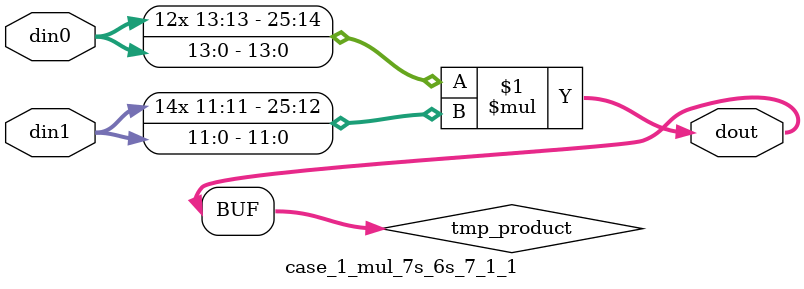
<source format=v>

`timescale 1 ns / 1 ps

 module case_1_mul_7s_6s_7_1_1(din0, din1, dout);
parameter ID = 1;
parameter NUM_STAGE = 0;
parameter din0_WIDTH = 14;
parameter din1_WIDTH = 12;
parameter dout_WIDTH = 26;

input [din0_WIDTH - 1 : 0] din0; 
input [din1_WIDTH - 1 : 0] din1; 
output [dout_WIDTH - 1 : 0] dout;

wire signed [dout_WIDTH - 1 : 0] tmp_product;



























assign tmp_product = $signed(din0) * $signed(din1);








assign dout = tmp_product;





















endmodule

</source>
